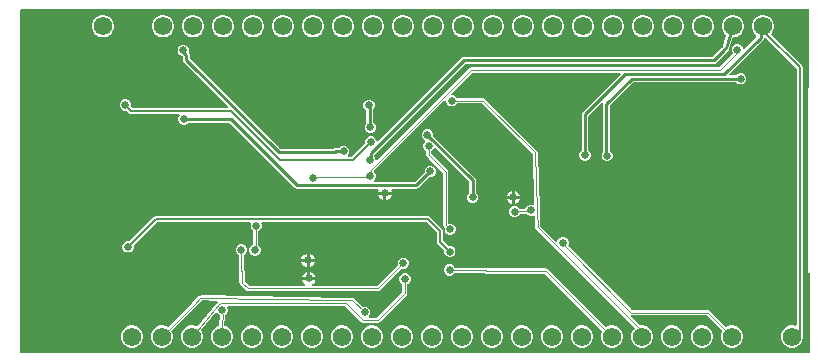
<source format=gbr>
%TF.GenerationSoftware,Altium Limited,Altium Designer,24.1.2 (44)*%
G04 Layer_Physical_Order=2*
G04 Layer_Color=16711680*
%FSLAX45Y45*%
%MOMM*%
%TF.SameCoordinates,B732CBCC-E828-4C79-96F4-07D60C07BBD8*%
%TF.FilePolarity,Positive*%
%TF.FileFunction,Copper,L2,Bot,Signal*%
%TF.Part,Single*%
G01*
G75*
%TA.AperFunction,Conductor*%
%ADD10C,0.12000*%
%ADD11C,0.20000*%
%ADD37C,0.25400*%
%TA.AperFunction,ComponentPad*%
%ADD38C,1.57480*%
%ADD39O,2.20000X1.00000*%
%ADD40O,1.80000X1.00000*%
%TA.AperFunction,ViaPad*%
%ADD41C,0.65000*%
G36*
X6694460Y2263941D02*
X6688520Y2261481D01*
X6683764Y2250000D01*
Y710000D01*
X6688520Y698520D01*
X6698326Y694457D01*
X6699978Y23991D01*
X6691008Y15000D01*
X26348D01*
X21872Y14999D01*
X13602Y18424D01*
X11092Y20933D01*
X13849Y32500D01*
X13849Y32501D01*
Y2921392D01*
X18649Y2932499D01*
X31346Y2932500D01*
X6692814D01*
X6694460Y2263941D01*
D02*
G37*
%LPC*%
G36*
X5806841Y2878740D02*
X5782159D01*
X5758318Y2872352D01*
X5736942Y2860011D01*
X5719489Y2842558D01*
X5707148Y2821182D01*
X5700760Y2797341D01*
Y2772659D01*
X5707148Y2748818D01*
X5719489Y2727442D01*
X5736942Y2709989D01*
X5758318Y2697648D01*
X5782159Y2691260D01*
X5806841D01*
X5830682Y2697648D01*
X5852058Y2709989D01*
X5869511Y2727442D01*
X5881852Y2748818D01*
X5888240Y2772659D01*
Y2797341D01*
X5881852Y2821182D01*
X5869511Y2842558D01*
X5852058Y2860011D01*
X5830682Y2872352D01*
X5806841Y2878740D01*
D02*
G37*
G36*
X5552841D02*
X5528159D01*
X5504318Y2872352D01*
X5482942Y2860011D01*
X5465489Y2842558D01*
X5453148Y2821182D01*
X5446760Y2797341D01*
Y2772659D01*
X5453148Y2748818D01*
X5465489Y2727442D01*
X5482942Y2709989D01*
X5504318Y2697648D01*
X5528159Y2691260D01*
X5552841D01*
X5576682Y2697648D01*
X5598058Y2709989D01*
X5615511Y2727442D01*
X5627852Y2748818D01*
X5634240Y2772659D01*
Y2797341D01*
X5627852Y2821182D01*
X5615511Y2842558D01*
X5598058Y2860011D01*
X5576682Y2872352D01*
X5552841Y2878740D01*
D02*
G37*
G36*
X5298841D02*
X5274159D01*
X5250318Y2872352D01*
X5228942Y2860011D01*
X5211489Y2842558D01*
X5199148Y2821182D01*
X5192760Y2797341D01*
Y2772659D01*
X5199148Y2748818D01*
X5211489Y2727442D01*
X5228942Y2709989D01*
X5250318Y2697648D01*
X5274159Y2691260D01*
X5298841D01*
X5322682Y2697648D01*
X5344058Y2709989D01*
X5361511Y2727442D01*
X5373852Y2748818D01*
X5380240Y2772659D01*
Y2797341D01*
X5373852Y2821182D01*
X5361511Y2842558D01*
X5344058Y2860011D01*
X5322682Y2872352D01*
X5298841Y2878740D01*
D02*
G37*
G36*
X5044841D02*
X5020159D01*
X4996318Y2872352D01*
X4974942Y2860011D01*
X4957489Y2842558D01*
X4945148Y2821182D01*
X4938760Y2797341D01*
Y2772659D01*
X4945148Y2748818D01*
X4957489Y2727442D01*
X4974942Y2709989D01*
X4996318Y2697648D01*
X5020159Y2691260D01*
X5044841D01*
X5068682Y2697648D01*
X5090058Y2709989D01*
X5107511Y2727442D01*
X5119852Y2748818D01*
X5126240Y2772659D01*
Y2797341D01*
X5119852Y2821182D01*
X5107511Y2842558D01*
X5090058Y2860011D01*
X5068682Y2872352D01*
X5044841Y2878740D01*
D02*
G37*
G36*
X4790841D02*
X4766159D01*
X4742318Y2872352D01*
X4720942Y2860011D01*
X4703489Y2842558D01*
X4691148Y2821182D01*
X4684760Y2797341D01*
Y2772659D01*
X4691148Y2748818D01*
X4703489Y2727442D01*
X4720942Y2709989D01*
X4742318Y2697648D01*
X4766159Y2691260D01*
X4790841D01*
X4814682Y2697648D01*
X4836058Y2709989D01*
X4853511Y2727442D01*
X4865852Y2748818D01*
X4872240Y2772659D01*
Y2797341D01*
X4865852Y2821182D01*
X4853511Y2842558D01*
X4836058Y2860011D01*
X4814682Y2872352D01*
X4790841Y2878740D01*
D02*
G37*
G36*
X4536841D02*
X4512159D01*
X4488318Y2872352D01*
X4466942Y2860011D01*
X4449489Y2842558D01*
X4437148Y2821182D01*
X4430760Y2797341D01*
Y2772659D01*
X4437148Y2748818D01*
X4449489Y2727442D01*
X4466942Y2709989D01*
X4488318Y2697648D01*
X4512159Y2691260D01*
X4536841D01*
X4560682Y2697648D01*
X4582058Y2709989D01*
X4599511Y2727442D01*
X4611852Y2748818D01*
X4618240Y2772659D01*
Y2797341D01*
X4611852Y2821182D01*
X4599511Y2842558D01*
X4582058Y2860011D01*
X4560682Y2872352D01*
X4536841Y2878740D01*
D02*
G37*
G36*
X4282841D02*
X4258159D01*
X4234318Y2872352D01*
X4212942Y2860011D01*
X4195489Y2842558D01*
X4183148Y2821182D01*
X4176760Y2797341D01*
Y2772659D01*
X4183148Y2748818D01*
X4195489Y2727442D01*
X4212942Y2709989D01*
X4234318Y2697648D01*
X4258159Y2691260D01*
X4282841D01*
X4306682Y2697648D01*
X4328058Y2709989D01*
X4345511Y2727442D01*
X4357852Y2748818D01*
X4364240Y2772659D01*
Y2797341D01*
X4357852Y2821182D01*
X4345511Y2842558D01*
X4328058Y2860011D01*
X4306682Y2872352D01*
X4282841Y2878740D01*
D02*
G37*
G36*
X4028841D02*
X4004159D01*
X3980318Y2872352D01*
X3958942Y2860011D01*
X3941489Y2842558D01*
X3929148Y2821182D01*
X3922760Y2797341D01*
Y2772659D01*
X3929148Y2748818D01*
X3941489Y2727442D01*
X3958942Y2709989D01*
X3980318Y2697648D01*
X4004159Y2691260D01*
X4028841D01*
X4052682Y2697648D01*
X4074058Y2709989D01*
X4091511Y2727442D01*
X4103852Y2748818D01*
X4110240Y2772659D01*
Y2797341D01*
X4103852Y2821182D01*
X4091511Y2842558D01*
X4074058Y2860011D01*
X4052682Y2872352D01*
X4028841Y2878740D01*
D02*
G37*
G36*
X3774841D02*
X3750159D01*
X3726318Y2872352D01*
X3704942Y2860011D01*
X3687489Y2842558D01*
X3675148Y2821182D01*
X3668760Y2797341D01*
Y2772659D01*
X3675148Y2748818D01*
X3687489Y2727442D01*
X3704942Y2709989D01*
X3726318Y2697648D01*
X3750159Y2691260D01*
X3774841D01*
X3798682Y2697648D01*
X3820058Y2709989D01*
X3837511Y2727442D01*
X3849852Y2748818D01*
X3856240Y2772659D01*
Y2797341D01*
X3849852Y2821182D01*
X3837511Y2842558D01*
X3820058Y2860011D01*
X3798682Y2872352D01*
X3774841Y2878740D01*
D02*
G37*
G36*
X3520841D02*
X3496159D01*
X3472318Y2872352D01*
X3450942Y2860011D01*
X3433489Y2842558D01*
X3421148Y2821182D01*
X3414760Y2797341D01*
Y2772659D01*
X3421148Y2748818D01*
X3433489Y2727442D01*
X3450942Y2709989D01*
X3472318Y2697648D01*
X3496159Y2691260D01*
X3520841D01*
X3544682Y2697648D01*
X3566058Y2709989D01*
X3583511Y2727442D01*
X3595852Y2748818D01*
X3602240Y2772659D01*
Y2797341D01*
X3595852Y2821182D01*
X3583511Y2842558D01*
X3566058Y2860011D01*
X3544682Y2872352D01*
X3520841Y2878740D01*
D02*
G37*
G36*
X3266841D02*
X3242159D01*
X3218318Y2872352D01*
X3196942Y2860011D01*
X3179489Y2842558D01*
X3167148Y2821182D01*
X3160760Y2797341D01*
Y2772659D01*
X3167148Y2748818D01*
X3179489Y2727442D01*
X3196942Y2709989D01*
X3218318Y2697648D01*
X3242159Y2691260D01*
X3266841D01*
X3290682Y2697648D01*
X3312058Y2709989D01*
X3329511Y2727442D01*
X3341852Y2748818D01*
X3348240Y2772659D01*
Y2797341D01*
X3341852Y2821182D01*
X3329511Y2842558D01*
X3312058Y2860011D01*
X3290682Y2872352D01*
X3266841Y2878740D01*
D02*
G37*
G36*
X3012841D02*
X2988159D01*
X2964318Y2872352D01*
X2942942Y2860011D01*
X2925489Y2842558D01*
X2913148Y2821182D01*
X2906760Y2797341D01*
Y2772659D01*
X2913148Y2748818D01*
X2925489Y2727442D01*
X2942942Y2709989D01*
X2964318Y2697648D01*
X2988159Y2691260D01*
X3012841D01*
X3036682Y2697648D01*
X3058058Y2709989D01*
X3075511Y2727442D01*
X3087852Y2748818D01*
X3094240Y2772659D01*
Y2797341D01*
X3087852Y2821182D01*
X3075511Y2842558D01*
X3058058Y2860011D01*
X3036682Y2872352D01*
X3012841Y2878740D01*
D02*
G37*
G36*
X2758841D02*
X2734159D01*
X2710318Y2872352D01*
X2688942Y2860011D01*
X2671489Y2842558D01*
X2659148Y2821182D01*
X2652760Y2797341D01*
Y2772659D01*
X2659148Y2748818D01*
X2671489Y2727442D01*
X2688942Y2709989D01*
X2710318Y2697648D01*
X2734159Y2691260D01*
X2758841D01*
X2782682Y2697648D01*
X2804058Y2709989D01*
X2821511Y2727442D01*
X2833852Y2748818D01*
X2840240Y2772659D01*
Y2797341D01*
X2833852Y2821182D01*
X2821511Y2842558D01*
X2804058Y2860011D01*
X2782682Y2872352D01*
X2758841Y2878740D01*
D02*
G37*
G36*
X2504841D02*
X2480159D01*
X2456318Y2872352D01*
X2434942Y2860011D01*
X2417489Y2842558D01*
X2405148Y2821182D01*
X2398760Y2797341D01*
Y2772659D01*
X2405148Y2748818D01*
X2417489Y2727442D01*
X2434942Y2709989D01*
X2456318Y2697648D01*
X2480159Y2691260D01*
X2504841D01*
X2528682Y2697648D01*
X2550058Y2709989D01*
X2567511Y2727442D01*
X2579852Y2748818D01*
X2586240Y2772659D01*
Y2797341D01*
X2579852Y2821182D01*
X2567511Y2842558D01*
X2550058Y2860011D01*
X2528682Y2872352D01*
X2504841Y2878740D01*
D02*
G37*
G36*
X2250841D02*
X2226159D01*
X2202318Y2872352D01*
X2180942Y2860011D01*
X2163489Y2842558D01*
X2151148Y2821182D01*
X2144760Y2797341D01*
Y2772659D01*
X2151148Y2748818D01*
X2163489Y2727442D01*
X2180942Y2709989D01*
X2202318Y2697648D01*
X2226159Y2691260D01*
X2250841D01*
X2274682Y2697648D01*
X2296058Y2709989D01*
X2313511Y2727442D01*
X2325852Y2748818D01*
X2332240Y2772659D01*
Y2797341D01*
X2325852Y2821182D01*
X2313511Y2842558D01*
X2296058Y2860011D01*
X2274682Y2872352D01*
X2250841Y2878740D01*
D02*
G37*
G36*
X1996841D02*
X1972159D01*
X1948318Y2872352D01*
X1926942Y2860011D01*
X1909489Y2842558D01*
X1897148Y2821182D01*
X1890760Y2797341D01*
Y2772659D01*
X1897148Y2748818D01*
X1909489Y2727442D01*
X1926942Y2709989D01*
X1948318Y2697648D01*
X1972159Y2691260D01*
X1996841D01*
X2020682Y2697648D01*
X2042058Y2709989D01*
X2059511Y2727442D01*
X2071852Y2748818D01*
X2078240Y2772659D01*
Y2797341D01*
X2071852Y2821182D01*
X2059511Y2842558D01*
X2042058Y2860011D01*
X2020682Y2872352D01*
X1996841Y2878740D01*
D02*
G37*
G36*
X1742841D02*
X1718159D01*
X1694318Y2872352D01*
X1672942Y2860011D01*
X1655489Y2842558D01*
X1643148Y2821182D01*
X1636760Y2797341D01*
Y2772659D01*
X1643148Y2748818D01*
X1655489Y2727442D01*
X1672942Y2709989D01*
X1694318Y2697648D01*
X1718159Y2691260D01*
X1742841D01*
X1766682Y2697648D01*
X1788058Y2709989D01*
X1805511Y2727442D01*
X1817852Y2748818D01*
X1824240Y2772659D01*
Y2797341D01*
X1817852Y2821182D01*
X1805511Y2842558D01*
X1788058Y2860011D01*
X1766682Y2872352D01*
X1742841Y2878740D01*
D02*
G37*
G36*
X1488841D02*
X1464159D01*
X1440318Y2872352D01*
X1418942Y2860011D01*
X1401489Y2842558D01*
X1389148Y2821182D01*
X1382760Y2797341D01*
Y2772659D01*
X1389148Y2748818D01*
X1401489Y2727442D01*
X1418942Y2709989D01*
X1440318Y2697648D01*
X1464159Y2691260D01*
X1488841D01*
X1512682Y2697648D01*
X1534058Y2709989D01*
X1551511Y2727442D01*
X1563852Y2748818D01*
X1570240Y2772659D01*
Y2797341D01*
X1563852Y2821182D01*
X1551511Y2842558D01*
X1534058Y2860011D01*
X1512682Y2872352D01*
X1488841Y2878740D01*
D02*
G37*
G36*
X1234841D02*
X1210159D01*
X1186318Y2872352D01*
X1164942Y2860011D01*
X1147489Y2842558D01*
X1135148Y2821182D01*
X1128760Y2797341D01*
Y2772659D01*
X1135148Y2748818D01*
X1147489Y2727442D01*
X1164942Y2709989D01*
X1186318Y2697648D01*
X1210159Y2691260D01*
X1234841D01*
X1258682Y2697648D01*
X1280058Y2709989D01*
X1297511Y2727442D01*
X1309852Y2748818D01*
X1316240Y2772659D01*
Y2797341D01*
X1309852Y2821182D01*
X1297511Y2842558D01*
X1280058Y2860011D01*
X1258682Y2872352D01*
X1234841Y2878740D01*
D02*
G37*
G36*
X726841D02*
X702159D01*
X678318Y2872352D01*
X656942Y2860011D01*
X639489Y2842558D01*
X627148Y2821182D01*
X620760Y2797341D01*
Y2772659D01*
X627148Y2748818D01*
X639489Y2727442D01*
X656942Y2709989D01*
X678318Y2697648D01*
X702159Y2691260D01*
X726841D01*
X750682Y2697648D01*
X772058Y2709989D01*
X789511Y2727442D01*
X801852Y2748818D01*
X808240Y2772659D01*
Y2797341D01*
X801852Y2821182D01*
X789511Y2842558D01*
X772058Y2860011D01*
X750682Y2872352D01*
X726841Y2878740D01*
D02*
G37*
G36*
X6314841D02*
X6290159D01*
X6266318Y2872352D01*
X6244942Y2860011D01*
X6227489Y2842558D01*
X6215148Y2821182D01*
X6208760Y2797341D01*
Y2772659D01*
X6215148Y2748818D01*
X6227489Y2727442D01*
X6244942Y2709989D01*
X6246302Y2709204D01*
X6248392Y2693333D01*
X6145820Y2590761D01*
X6134086Y2595621D01*
Y2597257D01*
X6126855Y2614716D01*
X6113493Y2628078D01*
X6096035Y2635309D01*
X6077138D01*
X6059680Y2628078D01*
X6046318Y2614716D01*
X6039086Y2597257D01*
Y2578361D01*
X6046318Y2560902D01*
X6050062Y2557158D01*
X5928416Y2435513D01*
X3833601D01*
X3825408Y2433883D01*
X3818461Y2429242D01*
X3035200Y1645980D01*
X3022500Y1651241D01*
Y1659448D01*
X3015269Y1676907D01*
X3010820Y1681356D01*
Y1696014D01*
X3781563Y2466757D01*
X5886385D01*
X5886386Y2466757D01*
X5897194Y2468907D01*
X5906357Y2475029D01*
X5988791Y2557464D01*
X6003076Y2567009D01*
X6014812Y2584573D01*
X6015586Y2588464D01*
X6015930Y2589088D01*
X6048370Y2691260D01*
X6060841D01*
X6084682Y2697648D01*
X6106058Y2709989D01*
X6123511Y2727442D01*
X6135852Y2748818D01*
X6142240Y2772659D01*
Y2797341D01*
X6135852Y2821182D01*
X6123511Y2842558D01*
X6106058Y2860011D01*
X6084682Y2872352D01*
X6060841Y2878740D01*
X6036159D01*
X6012318Y2872352D01*
X5990942Y2860011D01*
X5973489Y2842558D01*
X5961148Y2821182D01*
X5954760Y2797341D01*
Y2772659D01*
X5961148Y2748818D01*
X5973489Y2727442D01*
X5990942Y2709989D01*
X5994415Y2707984D01*
X5966136Y2618915D01*
X5961711Y2607182D01*
X5961656Y2607171D01*
X5952597Y2601118D01*
X5952493Y2601048D01*
X5952492Y2601048D01*
X5951872Y2600427D01*
X5874688Y2523243D01*
X3769866D01*
X3769864Y2523243D01*
X3759056Y2521093D01*
X3749894Y2514971D01*
X3749893Y2514970D01*
X3042700Y1807777D01*
X3030000Y1813038D01*
Y1814448D01*
X3022769Y1831907D01*
X3009407Y1845269D01*
X2991948Y1852500D01*
X2973052D01*
X2955593Y1845269D01*
X2942231Y1831907D01*
X2935000Y1814448D01*
Y1795552D01*
X2935587Y1794135D01*
X2821942Y1680490D01*
X2793125D01*
X2787865Y1693190D01*
X2792769Y1698093D01*
X2800000Y1715552D01*
Y1734448D01*
X2792769Y1751907D01*
X2779407Y1765269D01*
X2761948Y1772500D01*
X2743052D01*
X2725593Y1765269D01*
X2713567Y1753243D01*
X2685000D01*
X2674192Y1751093D01*
X2666300Y1745820D01*
X2216622D01*
X1448243Y2514198D01*
Y2545320D01*
X1448244Y2545321D01*
X1446094Y2556129D01*
X1440140Y2565040D01*
X1442423Y2570552D01*
Y2589448D01*
X1435192Y2606907D01*
X1421830Y2620269D01*
X1404371Y2627500D01*
X1385475D01*
X1368016Y2620269D01*
X1354654Y2606907D01*
X1347423Y2589448D01*
Y2570552D01*
X1354654Y2553093D01*
X1368016Y2539731D01*
X1385475Y2532500D01*
X1391758D01*
Y2502501D01*
X1391758Y2502499D01*
X1393908Y2491691D01*
X1400030Y2482529D01*
X1776432Y2106127D01*
X1771572Y2094394D01*
X964154D01*
X951913Y2106635D01*
X952500Y2108052D01*
Y2126948D01*
X945269Y2144407D01*
X931907Y2157769D01*
X914448Y2165000D01*
X895552D01*
X878093Y2157769D01*
X864731Y2144407D01*
X857500Y2126948D01*
Y2108052D01*
X864731Y2090593D01*
X878093Y2077231D01*
X895552Y2070000D01*
X914448D01*
X915865Y2070587D01*
X935572Y2050880D01*
X943841Y2045355D01*
X953596Y2043415D01*
X1360779D01*
X1366039Y2030715D01*
X1359731Y2024407D01*
X1352500Y2006948D01*
Y1988052D01*
X1359731Y1970593D01*
X1373093Y1957231D01*
X1390552Y1950000D01*
X1409448D01*
X1426907Y1957231D01*
X1438933Y1969257D01*
X1785802D01*
X2337730Y1417329D01*
X2346892Y1411207D01*
X2357700Y1409057D01*
X2357702Y1409057D01*
X3041029D01*
X3049515Y1396357D01*
X3044745Y1384842D01*
X3159565D01*
X3154795Y1396357D01*
X3163281Y1409057D01*
X3369799D01*
X3369800Y1409057D01*
X3380608Y1411207D01*
X3389771Y1417329D01*
X3479941Y1507500D01*
X3496948D01*
X3514407Y1514731D01*
X3527769Y1528093D01*
X3535000Y1545552D01*
Y1564448D01*
X3527769Y1581907D01*
X3514407Y1595269D01*
X3496948Y1602500D01*
X3478052D01*
X3460593Y1595269D01*
X3447231Y1581907D01*
X3440000Y1564448D01*
Y1547441D01*
X3358101Y1465543D01*
X3015384D01*
X3010418Y1478243D01*
X3020269Y1488093D01*
X3027500Y1505552D01*
Y1524448D01*
X3020269Y1541907D01*
X3007628Y1554547D01*
X3014573Y1564793D01*
X3607444Y2157664D01*
X3620144Y2152403D01*
Y2144352D01*
X3627375Y2126893D01*
X3640737Y2113531D01*
X3658196Y2106300D01*
X3677092D01*
X3694551Y2113531D01*
X3707913Y2126893D01*
X3710189Y2132389D01*
X3927331D01*
X4352818Y1706901D01*
X4367231Y1277573D01*
X4354812Y1268970D01*
X4346339Y1272480D01*
X4327442D01*
X4309984Y1265248D01*
X4296622Y1251886D01*
X4292426Y1241758D01*
X4289190Y1241412D01*
X4280389Y1241412D01*
X4240474D01*
X4240269Y1241907D01*
X4226907Y1255269D01*
X4209448Y1262500D01*
X4190552D01*
X4173093Y1255269D01*
X4159731Y1241907D01*
X4152500Y1224448D01*
Y1205552D01*
X4159731Y1188093D01*
X4173093Y1174731D01*
X4190552Y1167500D01*
X4209448D01*
X4226907Y1174731D01*
X4240269Y1188093D01*
X4244616Y1198589D01*
X4280390D01*
X4290332Y1198589D01*
X4291461Y1198814D01*
X4292608Y1198710D01*
X4296198Y1199094D01*
X4296622Y1198073D01*
X4309984Y1184711D01*
X4327442Y1177479D01*
X4346339D01*
X4357671Y1182174D01*
X4370611Y1174931D01*
X4373522Y1084397D01*
X4374123Y1081814D01*
X4374344Y1079172D01*
X4374944Y1078008D01*
X4375175Y1076849D01*
X4375332Y1076613D01*
X4375414Y1076260D01*
X4376959Y1074102D01*
X4378174Y1071747D01*
X4378207Y1071704D01*
X4379139Y1070917D01*
X4379816Y1069903D01*
X5219075Y230644D01*
X5203489Y215058D01*
X5191148Y193682D01*
X5184760Y169841D01*
Y145159D01*
X5191148Y121318D01*
X5203489Y99942D01*
X5220942Y82489D01*
X5242318Y70148D01*
X5266159Y63760D01*
X5290841D01*
X5314682Y70148D01*
X5336058Y82489D01*
X5353511Y99942D01*
X5365852Y121318D01*
X5372240Y145159D01*
Y169841D01*
X5365852Y193682D01*
X5353511Y215058D01*
X5336058Y232511D01*
X5314682Y244852D01*
X5290841Y251240D01*
X5266159D01*
X5260460Y249713D01*
X5260367Y249821D01*
X5259704Y250343D01*
X5259235Y251045D01*
X5183426Y326854D01*
X5189391Y338323D01*
X5189652Y338589D01*
X5829131D01*
X5960794Y206926D01*
X5953148Y193682D01*
X5946760Y169841D01*
Y145159D01*
X5953148Y121318D01*
X5965489Y99942D01*
X5982942Y82489D01*
X6004318Y70148D01*
X6028159Y63760D01*
X6052841D01*
X6076682Y70148D01*
X6098058Y82489D01*
X6115511Y99942D01*
X6127852Y121318D01*
X6134240Y145159D01*
Y169841D01*
X6127852Y193682D01*
X6115511Y215058D01*
X6098058Y232511D01*
X6076682Y244852D01*
X6052841Y251240D01*
X6028159D01*
X6004318Y244852D01*
X5991074Y237206D01*
X5853140Y375140D01*
X5846194Y379782D01*
X5838000Y381411D01*
X5198398D01*
X4651425Y928385D01*
X4657500Y943052D01*
Y961948D01*
X4650269Y979407D01*
X4636907Y992769D01*
X4619448Y1000000D01*
X4600552D01*
X4583093Y992769D01*
X4569731Y979407D01*
X4563611Y964630D01*
X4550767Y959513D01*
X4416051Y1094229D01*
X4411918Y1222745D01*
X4411915Y1222760D01*
X4411918Y1222775D01*
X4395333Y1716782D01*
X4394462Y1720504D01*
X4393718Y1724251D01*
X4393513Y1724557D01*
X4393429Y1724916D01*
X4391200Y1728022D01*
X4389079Y1731199D01*
X4385730Y1734549D01*
X4385727Y1734551D01*
X4385726Y1734554D01*
X3951340Y2168940D01*
X3944394Y2173582D01*
X3936200Y2175212D01*
X3710189D01*
X3707913Y2180707D01*
X3694551Y2194069D01*
X3677092Y2201300D01*
X3669041D01*
X3663780Y2214000D01*
X3842470Y2392690D01*
X5093338D01*
X5098198Y2380957D01*
X4777529Y2060288D01*
X4771407Y2051126D01*
X4769257Y2040317D01*
X4769257Y2040316D01*
Y1733933D01*
X4757231Y1721907D01*
X4750000Y1704448D01*
Y1685552D01*
X4757231Y1668093D01*
X4770593Y1654731D01*
X4788052Y1647500D01*
X4806948D01*
X4824407Y1654731D01*
X4837769Y1668093D01*
X4845000Y1685552D01*
Y1704448D01*
X4837769Y1721907D01*
X4825743Y1733933D01*
Y2028619D01*
X4942578Y2145454D01*
X4952443Y2137359D01*
X4951407Y2135808D01*
X4949257Y2125000D01*
X4949257Y2124999D01*
Y1720773D01*
X4943811Y1715327D01*
X4936580Y1697868D01*
Y1678971D01*
X4943811Y1661513D01*
X4957173Y1648151D01*
X4974632Y1640920D01*
X4993528D01*
X5010987Y1648151D01*
X5024349Y1661513D01*
X5031580Y1678971D01*
Y1697868D01*
X5024349Y1715327D01*
X5010987Y1728688D01*
X5005743Y1730860D01*
Y2113301D01*
X5204200Y2311759D01*
X6076067D01*
X6088093Y2299733D01*
X6105552Y2292502D01*
X6124448D01*
X6141907Y2299733D01*
X6155269Y2313095D01*
X6162500Y2330553D01*
Y2349450D01*
X6155269Y2366908D01*
X6141907Y2380270D01*
X6124448Y2387502D01*
X6105552D01*
X6088093Y2380270D01*
X6076067Y2368244D01*
X6019779D01*
X6014919Y2379978D01*
X6304002Y2669060D01*
X6304002Y2669061D01*
X6310125Y2678223D01*
X6311603Y2685656D01*
X6321155Y2689202D01*
X6324974Y2689276D01*
X6587510Y2426740D01*
Y257242D01*
X6574810Y247497D01*
X6560841Y251240D01*
X6536159D01*
X6512318Y244852D01*
X6490942Y232511D01*
X6473489Y215058D01*
X6461148Y193682D01*
X6454760Y169841D01*
Y145159D01*
X6461148Y121318D01*
X6473489Y99942D01*
X6490942Y82489D01*
X6512318Y70148D01*
X6536159Y63760D01*
X6560841D01*
X6584682Y70148D01*
X6606058Y82489D01*
X6623511Y99942D01*
X6635852Y121318D01*
X6642240Y145159D01*
Y169841D01*
X6638490Y183838D01*
Y2437298D01*
X6636549Y2447053D01*
X6631024Y2455322D01*
X6368207Y2718139D01*
X6377511Y2727442D01*
X6389852Y2748818D01*
X6396240Y2772659D01*
Y2797341D01*
X6389852Y2821182D01*
X6377511Y2842558D01*
X6360058Y2860011D01*
X6338682Y2872352D01*
X6314841Y2878740D01*
D02*
G37*
G36*
X2976948Y2162500D02*
X2958052D01*
X2940593Y2155269D01*
X2927231Y2141907D01*
X2920000Y2124448D01*
Y2105552D01*
X2927231Y2088093D01*
X2940593Y2074731D01*
X2945507Y2072696D01*
Y1960183D01*
X2939731Y1954407D01*
X2932500Y1936948D01*
Y1918052D01*
X2939731Y1900593D01*
X2953093Y1887231D01*
X2970552Y1880000D01*
X2989448D01*
X3006907Y1887231D01*
X3020269Y1900593D01*
X3027500Y1918052D01*
Y1936948D01*
X3020269Y1954407D01*
X3006907Y1967769D01*
X3001993Y1969804D01*
Y2082317D01*
X3007769Y2088093D01*
X3015000Y2105552D01*
Y2124448D01*
X3007769Y2141907D01*
X2994407Y2155269D01*
X2976948Y2162500D01*
D02*
G37*
G36*
X4202700Y1392410D02*
Y1347700D01*
X4247410D01*
X4239085Y1367798D01*
X4222798Y1384085D01*
X4202700Y1392410D01*
D02*
G37*
G36*
X4177300D02*
X4157202Y1384085D01*
X4140915Y1367798D01*
X4132590Y1347700D01*
X4177300D01*
Y1392410D01*
D02*
G37*
G36*
X3159565Y1359442D02*
X3114855D01*
Y1314731D01*
X3134953Y1323056D01*
X3151240Y1339344D01*
X3159565Y1359442D01*
D02*
G37*
G36*
X3089455D02*
X3044745D01*
X3053070Y1339344D01*
X3069357Y1323056D01*
X3089455Y1314731D01*
Y1359442D01*
D02*
G37*
G36*
X3471948Y1912500D02*
X3453052D01*
X3435593Y1905269D01*
X3422231Y1891907D01*
X3415000Y1874448D01*
Y1855552D01*
X3422231Y1838093D01*
X3435593Y1824731D01*
X3443252Y1821559D01*
X3444548Y1816693D01*
X3444618Y1807247D01*
X3433187Y1795816D01*
X3425955Y1778357D01*
Y1759461D01*
X3433187Y1742002D01*
X3446549Y1728640D01*
X3452044Y1726364D01*
Y1698673D01*
X3453674Y1690479D01*
X3458315Y1683533D01*
X3478011Y1663836D01*
X3597574Y1544274D01*
Y1101015D01*
X3599204Y1092821D01*
X3603845Y1085875D01*
X3609776Y1079943D01*
X3607500Y1074448D01*
Y1055552D01*
X3614731Y1038093D01*
X3628093Y1024731D01*
X3645552Y1017500D01*
X3664448D01*
X3681907Y1024731D01*
X3695269Y1038093D01*
X3702500Y1055552D01*
Y1074448D01*
X3695269Y1091907D01*
X3681907Y1105269D01*
X3664448Y1112500D01*
X3645552D01*
X3640397Y1115945D01*
Y1553143D01*
X3638767Y1561336D01*
X3634125Y1568283D01*
X3494867Y1707542D01*
Y1726364D01*
X3500362Y1728640D01*
X3513724Y1742002D01*
X3517787Y1751811D01*
X3532689Y1754870D01*
X3816757Y1470802D01*
Y1373933D01*
X3804731Y1361907D01*
X3797500Y1344448D01*
Y1325552D01*
X3804731Y1308093D01*
X3818093Y1294731D01*
X3835552Y1287500D01*
X3854448D01*
X3871907Y1294731D01*
X3885269Y1308093D01*
X3892500Y1325552D01*
Y1344448D01*
X3885269Y1361907D01*
X3873243Y1373933D01*
Y1482500D01*
X3871093Y1493308D01*
X3864971Y1502471D01*
X3864970Y1502471D01*
X3510000Y1857442D01*
Y1874448D01*
X3502769Y1891907D01*
X3489407Y1905269D01*
X3471948Y1912500D01*
D02*
G37*
G36*
X4247410Y1322300D02*
X4202700D01*
Y1277590D01*
X4222798Y1285915D01*
X4239085Y1302202D01*
X4247410Y1322300D01*
D02*
G37*
G36*
X4177300D02*
X4132590D01*
X4140915Y1302202D01*
X4157202Y1285915D01*
X4177300Y1277590D01*
Y1322300D01*
D02*
G37*
G36*
X3465000Y1180490D02*
X1165000D01*
X1155246Y1178549D01*
X1146976Y1173024D01*
X938365Y964413D01*
X936948Y965000D01*
X918052D01*
X900593Y957768D01*
X887231Y944407D01*
X880000Y926948D01*
Y908052D01*
X887231Y890593D01*
X900593Y877231D01*
X918052Y870000D01*
X936948D01*
X954407Y877231D01*
X967769Y890593D01*
X975000Y908052D01*
Y926948D01*
X974413Y928365D01*
X1175558Y1129510D01*
X1960741D01*
X1969085Y1116810D01*
X1965000Y1106948D01*
Y1088052D01*
X1972231Y1070593D01*
X1985593Y1057231D01*
X1986681Y1056781D01*
Y935556D01*
X1976778Y931454D01*
X1963416Y918092D01*
X1956185Y900633D01*
Y881737D01*
X1963416Y864278D01*
X1976778Y850917D01*
X1994237Y843685D01*
X2013133D01*
X2030592Y850917D01*
X2043954Y864278D01*
X2051185Y881737D01*
Y900633D01*
X2043954Y918092D01*
X2030592Y931454D01*
X2029504Y931904D01*
Y1053129D01*
X2039407Y1057231D01*
X2052769Y1070593D01*
X2060000Y1088052D01*
Y1106948D01*
X2055915Y1116810D01*
X2064259Y1129510D01*
X3454442D01*
X3545010Y1038942D01*
Y959500D01*
X3546951Y949745D01*
X3552476Y941476D01*
X3605587Y888365D01*
X3605000Y886948D01*
Y868052D01*
X3612231Y850593D01*
X3625593Y837231D01*
X3643052Y830000D01*
X3661948D01*
X3679407Y837231D01*
X3692769Y850593D01*
X3700000Y868052D01*
Y886948D01*
X3692769Y904407D01*
X3679407Y917769D01*
X3661948Y925000D01*
X3643052D01*
X3641635Y924413D01*
X3595990Y970058D01*
Y1049500D01*
X3594049Y1059254D01*
X3588524Y1067524D01*
X3483024Y1173024D01*
X3474755Y1178549D01*
X3465000Y1180490D01*
D02*
G37*
G36*
X2465200Y859910D02*
Y815200D01*
X2509910D01*
X2501585Y835298D01*
X2485298Y851585D01*
X2465200Y859910D01*
D02*
G37*
G36*
X2439800D02*
X2419702Y851585D01*
X2403415Y835298D01*
X2395090Y815200D01*
X2439800D01*
Y859910D01*
D02*
G37*
G36*
X2509910Y789800D02*
X2465200D01*
Y745090D01*
X2485298Y753415D01*
X2501585Y769702D01*
X2509910Y789800D01*
D02*
G37*
G36*
X2439800D02*
X2395090D01*
X2403415Y769702D01*
X2419702Y753415D01*
X2439800Y745090D01*
Y789800D01*
D02*
G37*
G36*
X1896948Y937500D02*
X1878052D01*
X1860593Y930269D01*
X1847231Y916907D01*
X1840000Y899448D01*
Y880552D01*
X1847231Y863093D01*
X1860593Y849731D01*
X1866088Y847455D01*
Y715000D01*
X1867718Y706806D01*
X1871088Y701763D01*
Y615000D01*
X1872718Y606806D01*
X1877360Y599860D01*
X1927360Y549860D01*
X1934306Y545218D01*
X1942500Y543588D01*
X3047500D01*
X3055694Y545218D01*
X3062640Y549860D01*
X3245057Y732276D01*
X3250552Y730000D01*
X3269448D01*
X3286907Y737231D01*
X3300269Y750593D01*
X3307500Y768052D01*
Y786948D01*
X3300269Y804407D01*
X3286907Y817769D01*
X3269448Y825000D01*
X3250552D01*
X3233093Y817769D01*
X3219731Y804407D01*
X3212500Y786948D01*
Y768052D01*
X3214776Y762557D01*
X3038631Y586411D01*
X2488471D01*
X2485944Y599111D01*
X2490298Y600915D01*
X2506585Y617202D01*
X2514910Y637300D01*
X2400090D01*
X2408415Y617202D01*
X2424702Y600915D01*
X2429056Y599111D01*
X2426530Y586411D01*
X1951369D01*
X1913911Y623869D01*
Y710000D01*
X1912281Y718194D01*
X1908911Y723238D01*
Y847455D01*
X1914407Y849731D01*
X1927769Y863093D01*
X1935000Y880552D01*
Y899448D01*
X1927769Y916907D01*
X1914407Y930269D01*
X1896948Y937500D01*
D02*
G37*
G36*
X2470200Y707410D02*
Y662700D01*
X2514910D01*
X2506585Y682798D01*
X2490298Y699085D01*
X2470200Y707410D01*
D02*
G37*
G36*
X2444800D02*
X2424702Y699085D01*
X2408415Y682798D01*
X2400090Y662700D01*
X2444800D01*
Y707410D01*
D02*
G37*
G36*
X3281948Y692500D02*
X3263052D01*
X3245593Y685269D01*
X3232231Y671907D01*
X3225000Y654448D01*
Y635552D01*
X3232231Y618093D01*
X3245593Y604731D01*
X3251088Y602455D01*
Y534764D01*
X3034222Y317897D01*
X2971032D01*
X2965772Y330597D01*
X2970269Y335094D01*
X2977500Y352552D01*
Y371449D01*
X2970269Y388907D01*
X2956907Y402269D01*
X2939448Y409500D01*
X2920552D01*
X2915056Y407224D01*
X2842640Y479640D01*
X2835694Y484281D01*
X2827500Y485911D01*
X2768863D01*
X1552170Y506408D01*
X1551989Y506376D01*
X1551809Y506411D01*
X1542000D01*
X1533806Y504782D01*
X1526860Y500141D01*
X1523345Y496626D01*
X1468568Y441848D01*
X1263926Y237206D01*
X1250682Y244852D01*
X1226841Y251240D01*
X1202159D01*
X1178318Y244852D01*
X1156942Y232511D01*
X1139489Y215058D01*
X1127148Y193682D01*
X1120760Y169841D01*
Y145159D01*
X1127148Y121318D01*
X1139489Y99942D01*
X1156942Y82489D01*
X1178318Y70148D01*
X1202159Y63760D01*
X1226841D01*
X1250682Y70148D01*
X1272058Y82489D01*
X1289511Y99942D01*
X1301852Y121318D01*
X1308240Y145159D01*
Y169841D01*
X1301852Y193682D01*
X1294206Y206926D01*
X1498848Y411568D01*
X1550869Y463589D01*
X1551629D01*
X1684281Y461354D01*
X1687689Y451102D01*
X1688078Y448588D01*
X1688075Y448584D01*
X1687640Y448293D01*
X1685391Y446045D01*
X1684900Y445309D01*
X1684207Y444759D01*
X1511305Y241028D01*
X1504682Y244852D01*
X1480841Y251240D01*
X1456159D01*
X1432318Y244852D01*
X1410942Y232511D01*
X1393489Y215058D01*
X1381148Y193682D01*
X1374760Y169841D01*
Y145159D01*
X1381148Y121318D01*
X1393489Y99942D01*
X1410942Y82489D01*
X1432318Y70148D01*
X1456159Y63760D01*
X1480841D01*
X1504682Y70148D01*
X1526058Y82489D01*
X1543511Y99942D01*
X1555852Y121318D01*
X1562240Y145159D01*
Y169841D01*
X1555852Y193682D01*
X1544288Y213712D01*
X1669908Y361730D01*
X1684609Y359425D01*
X1687231Y353093D01*
X1700593Y339731D01*
X1708789Y336337D01*
X1709933Y318115D01*
Y317713D01*
X1707360Y315140D01*
X1702718Y308193D01*
X1701089Y299999D01*
Y248810D01*
X1686318Y244852D01*
X1664942Y232511D01*
X1647489Y215058D01*
X1635148Y193682D01*
X1628760Y169841D01*
Y145159D01*
X1635148Y121318D01*
X1647489Y99942D01*
X1664942Y82489D01*
X1686318Y70148D01*
X1710159Y63760D01*
X1734841D01*
X1758682Y70148D01*
X1780058Y82489D01*
X1797511Y99942D01*
X1809852Y121318D01*
X1816240Y145159D01*
Y169841D01*
X1809852Y193682D01*
X1797511Y215058D01*
X1780058Y232511D01*
X1758682Y244852D01*
X1743911Y248810D01*
Y291130D01*
X1746484Y293704D01*
X1751126Y300650D01*
X1752756Y308844D01*
Y318785D01*
X1752623Y319453D01*
X1752714Y320127D01*
X1751557Y338551D01*
X1754407Y339731D01*
X1767769Y353093D01*
X1775000Y370552D01*
Y389448D01*
X1769226Y403388D01*
X1775180Y416089D01*
X2768631D01*
X2903374Y281345D01*
X2910321Y276704D01*
X2918515Y275074D01*
X3043090D01*
X3051284Y276704D01*
X3058231Y281345D01*
X3287640Y510755D01*
X3292281Y517701D01*
X3293911Y525895D01*
Y602455D01*
X3299407Y604731D01*
X3312769Y618093D01*
X3320000Y635552D01*
Y654448D01*
X3312769Y671907D01*
X3299407Y685269D01*
X3281948Y692500D01*
D02*
G37*
G36*
X5798841Y251240D02*
X5774159D01*
X5750318Y244852D01*
X5728942Y232511D01*
X5711489Y215058D01*
X5699148Y193682D01*
X5692760Y169841D01*
Y145159D01*
X5699148Y121318D01*
X5711489Y99942D01*
X5728942Y82489D01*
X5750318Y70148D01*
X5774159Y63760D01*
X5798841D01*
X5822682Y70148D01*
X5844058Y82489D01*
X5861511Y99942D01*
X5873852Y121318D01*
X5880240Y145159D01*
Y169841D01*
X5873852Y193682D01*
X5861511Y215058D01*
X5844058Y232511D01*
X5822682Y244852D01*
X5798841Y251240D01*
D02*
G37*
G36*
X5544841D02*
X5520159D01*
X5496318Y244852D01*
X5474942Y232511D01*
X5457489Y215058D01*
X5445148Y193682D01*
X5438760Y169841D01*
Y145159D01*
X5445148Y121318D01*
X5457489Y99942D01*
X5474942Y82489D01*
X5496318Y70148D01*
X5520159Y63760D01*
X5544841D01*
X5568682Y70148D01*
X5590058Y82489D01*
X5607511Y99942D01*
X5619852Y121318D01*
X5626240Y145159D01*
Y169841D01*
X5619852Y193682D01*
X5607511Y215058D01*
X5590058Y232511D01*
X5568682Y244852D01*
X5544841Y251240D01*
D02*
G37*
G36*
X3659448Y767500D02*
X3640552D01*
X3623093Y760269D01*
X3609731Y746907D01*
X3602500Y729448D01*
Y710552D01*
X3609731Y693093D01*
X3623093Y679731D01*
X3640552Y672500D01*
X3659448D01*
X3676907Y679731D01*
X3690269Y693093D01*
X3692545Y698589D01*
X3946138D01*
X3947367Y697360D01*
X3954313Y692718D01*
X3962507Y691089D01*
X4460631D01*
X4944794Y206926D01*
X4937148Y193682D01*
X4930760Y169841D01*
Y145159D01*
X4937148Y121318D01*
X4949489Y99942D01*
X4966942Y82489D01*
X4988318Y70148D01*
X5012159Y63760D01*
X5036841D01*
X5060682Y70148D01*
X5082058Y82489D01*
X5099511Y99942D01*
X5111852Y121318D01*
X5118240Y145159D01*
Y169841D01*
X5111852Y193682D01*
X5099511Y215058D01*
X5082058Y232511D01*
X5060682Y244852D01*
X5036841Y251240D01*
X5012159D01*
X4988318Y244852D01*
X4975074Y237206D01*
X4484640Y727640D01*
X4477694Y732281D01*
X4469500Y733911D01*
X3971376D01*
X3970147Y735140D01*
X3963200Y739782D01*
X3955007Y741412D01*
X3692545D01*
X3690269Y746907D01*
X3676907Y760269D01*
X3659448Y767500D01*
D02*
G37*
G36*
X4782841Y251240D02*
X4758159D01*
X4734318Y244852D01*
X4712942Y232511D01*
X4695489Y215058D01*
X4683148Y193682D01*
X4676760Y169841D01*
Y145159D01*
X4683148Y121318D01*
X4695489Y99942D01*
X4712942Y82489D01*
X4734318Y70148D01*
X4758159Y63760D01*
X4782841D01*
X4806682Y70148D01*
X4828058Y82489D01*
X4845511Y99942D01*
X4857852Y121318D01*
X4864240Y145159D01*
Y169841D01*
X4857852Y193682D01*
X4845511Y215058D01*
X4828058Y232511D01*
X4806682Y244852D01*
X4782841Y251240D01*
D02*
G37*
G36*
X4528841D02*
X4504159D01*
X4480318Y244852D01*
X4458942Y232511D01*
X4441489Y215058D01*
X4429148Y193682D01*
X4422760Y169841D01*
Y145159D01*
X4429148Y121318D01*
X4441489Y99942D01*
X4458942Y82489D01*
X4480318Y70148D01*
X4504159Y63760D01*
X4528841D01*
X4552682Y70148D01*
X4574058Y82489D01*
X4591511Y99942D01*
X4603852Y121318D01*
X4610240Y145159D01*
Y169841D01*
X4603852Y193682D01*
X4591511Y215058D01*
X4574058Y232511D01*
X4552682Y244852D01*
X4528841Y251240D01*
D02*
G37*
G36*
X4274841D02*
X4250159D01*
X4226318Y244852D01*
X4204942Y232511D01*
X4187489Y215058D01*
X4175148Y193682D01*
X4168760Y169841D01*
Y145159D01*
X4175148Y121318D01*
X4187489Y99942D01*
X4204942Y82489D01*
X4226318Y70148D01*
X4250159Y63760D01*
X4274841D01*
X4298682Y70148D01*
X4320058Y82489D01*
X4337511Y99942D01*
X4349852Y121318D01*
X4356240Y145159D01*
Y169841D01*
X4349852Y193682D01*
X4337511Y215058D01*
X4320058Y232511D01*
X4298682Y244852D01*
X4274841Y251240D01*
D02*
G37*
G36*
X4020841D02*
X3996159D01*
X3972318Y244852D01*
X3950942Y232511D01*
X3933489Y215058D01*
X3921148Y193682D01*
X3914760Y169841D01*
Y145159D01*
X3921148Y121318D01*
X3933489Y99942D01*
X3950942Y82489D01*
X3972318Y70148D01*
X3996159Y63760D01*
X4020841D01*
X4044682Y70148D01*
X4066058Y82489D01*
X4083511Y99942D01*
X4095852Y121318D01*
X4102240Y145159D01*
Y169841D01*
X4095852Y193682D01*
X4083511Y215058D01*
X4066058Y232511D01*
X4044682Y244852D01*
X4020841Y251240D01*
D02*
G37*
G36*
X3766841D02*
X3742159D01*
X3718318Y244852D01*
X3696942Y232511D01*
X3679489Y215058D01*
X3667148Y193682D01*
X3660760Y169841D01*
Y145159D01*
X3667148Y121318D01*
X3679489Y99942D01*
X3696942Y82489D01*
X3718318Y70148D01*
X3742159Y63760D01*
X3766841D01*
X3790682Y70148D01*
X3812058Y82489D01*
X3829511Y99942D01*
X3841852Y121318D01*
X3848240Y145159D01*
Y169841D01*
X3841852Y193682D01*
X3829511Y215058D01*
X3812058Y232511D01*
X3790682Y244852D01*
X3766841Y251240D01*
D02*
G37*
G36*
X3512841D02*
X3488159D01*
X3464318Y244852D01*
X3442942Y232511D01*
X3425489Y215058D01*
X3413148Y193682D01*
X3406760Y169841D01*
Y145159D01*
X3413148Y121318D01*
X3425489Y99942D01*
X3442942Y82489D01*
X3464318Y70148D01*
X3488159Y63760D01*
X3512841D01*
X3536682Y70148D01*
X3558058Y82489D01*
X3575511Y99942D01*
X3587852Y121318D01*
X3594240Y145159D01*
Y169841D01*
X3587852Y193682D01*
X3575511Y215058D01*
X3558058Y232511D01*
X3536682Y244852D01*
X3512841Y251240D01*
D02*
G37*
G36*
X3258841D02*
X3234159D01*
X3210318Y244852D01*
X3188942Y232511D01*
X3171489Y215058D01*
X3159148Y193682D01*
X3152760Y169841D01*
Y145159D01*
X3159148Y121318D01*
X3171489Y99942D01*
X3188942Y82489D01*
X3210318Y70148D01*
X3234159Y63760D01*
X3258841D01*
X3282682Y70148D01*
X3304058Y82489D01*
X3321511Y99942D01*
X3333852Y121318D01*
X3340240Y145159D01*
Y169841D01*
X3333852Y193682D01*
X3321511Y215058D01*
X3304058Y232511D01*
X3282682Y244852D01*
X3258841Y251240D01*
D02*
G37*
G36*
X3004841D02*
X2980159D01*
X2956318Y244852D01*
X2934942Y232511D01*
X2917489Y215058D01*
X2905148Y193682D01*
X2898760Y169841D01*
Y145159D01*
X2905148Y121318D01*
X2917489Y99942D01*
X2934942Y82489D01*
X2956318Y70148D01*
X2980159Y63760D01*
X3004841D01*
X3028682Y70148D01*
X3050058Y82489D01*
X3067511Y99942D01*
X3079852Y121318D01*
X3086240Y145159D01*
Y169841D01*
X3079852Y193682D01*
X3067511Y215058D01*
X3050058Y232511D01*
X3028682Y244852D01*
X3004841Y251240D01*
D02*
G37*
G36*
X2750841D02*
X2726159D01*
X2702318Y244852D01*
X2680942Y232511D01*
X2663489Y215058D01*
X2651148Y193682D01*
X2644760Y169841D01*
Y145159D01*
X2651148Y121318D01*
X2663489Y99942D01*
X2680942Y82489D01*
X2702318Y70148D01*
X2726159Y63760D01*
X2750841D01*
X2774682Y70148D01*
X2796058Y82489D01*
X2813511Y99942D01*
X2825852Y121318D01*
X2832240Y145159D01*
Y169841D01*
X2825852Y193682D01*
X2813511Y215058D01*
X2796058Y232511D01*
X2774682Y244852D01*
X2750841Y251240D01*
D02*
G37*
G36*
X2496841D02*
X2472159D01*
X2448318Y244852D01*
X2426942Y232511D01*
X2409489Y215058D01*
X2397148Y193682D01*
X2390760Y169841D01*
Y145159D01*
X2397148Y121318D01*
X2409489Y99942D01*
X2426942Y82489D01*
X2448318Y70148D01*
X2472159Y63760D01*
X2496841D01*
X2520682Y70148D01*
X2542058Y82489D01*
X2559511Y99942D01*
X2571852Y121318D01*
X2578240Y145159D01*
Y169841D01*
X2571852Y193682D01*
X2559511Y215058D01*
X2542058Y232511D01*
X2520682Y244852D01*
X2496841Y251240D01*
D02*
G37*
G36*
X2242841D02*
X2218159D01*
X2194318Y244852D01*
X2172942Y232511D01*
X2155489Y215058D01*
X2143148Y193682D01*
X2136760Y169841D01*
Y145159D01*
X2143148Y121318D01*
X2155489Y99942D01*
X2172942Y82489D01*
X2194318Y70148D01*
X2218159Y63760D01*
X2242841D01*
X2266682Y70148D01*
X2288058Y82489D01*
X2305511Y99942D01*
X2317852Y121318D01*
X2324240Y145159D01*
Y169841D01*
X2317852Y193682D01*
X2305511Y215058D01*
X2288058Y232511D01*
X2266682Y244852D01*
X2242841Y251240D01*
D02*
G37*
G36*
X1988841D02*
X1964159D01*
X1940318Y244852D01*
X1918942Y232511D01*
X1901489Y215058D01*
X1889148Y193682D01*
X1882760Y169841D01*
Y145159D01*
X1889148Y121318D01*
X1901489Y99942D01*
X1918942Y82489D01*
X1940318Y70148D01*
X1964159Y63760D01*
X1988841D01*
X2012682Y70148D01*
X2034058Y82489D01*
X2051511Y99942D01*
X2063852Y121318D01*
X2070240Y145159D01*
Y169841D01*
X2063852Y193682D01*
X2051511Y215058D01*
X2034058Y232511D01*
X2012682Y244852D01*
X1988841Y251240D01*
D02*
G37*
G36*
X972841D02*
X948159D01*
X924318Y244852D01*
X902942Y232511D01*
X885489Y215058D01*
X873148Y193682D01*
X866760Y169841D01*
Y145159D01*
X873148Y121318D01*
X885489Y99942D01*
X902942Y82489D01*
X924318Y70148D01*
X948159Y63760D01*
X972841D01*
X996682Y70148D01*
X1018058Y82489D01*
X1035511Y99942D01*
X1047852Y121318D01*
X1054240Y145159D01*
Y169841D01*
X1047852Y193682D01*
X1035511Y215058D01*
X1018058Y232511D01*
X996682Y244852D01*
X972841Y251240D01*
D02*
G37*
%LPD*%
D10*
X1892500Y615000D02*
X1942500Y565000D01*
X1892500Y615000D02*
Y710000D01*
X1887500Y715000D02*
X1892500Y710000D01*
X1887500Y715000D02*
Y890000D01*
X1942500Y565000D02*
X3047500D01*
X3260000Y777500D01*
X4200000Y1215000D02*
X4214342D01*
X4219342Y1220000D01*
X3618985Y1101015D02*
X3655000Y1065000D01*
X3618985Y1101015D02*
Y1553143D01*
X5937285Y2414102D02*
X6076445Y2553262D01*
X2985000Y1565500D02*
X3833601Y2414102D01*
X5937285D01*
X5278500Y157500D02*
Y196867D01*
X4373934Y1716063D02*
X4390518Y1222057D01*
X4394922Y1085085D02*
X4394956Y1085043D01*
X5278499Y196867D02*
X5278500Y157500D01*
X5271470Y203897D02*
X5278499Y196867D01*
X4394956Y1085043D02*
X5244095Y235905D01*
X5271470Y203897D01*
X4390518Y1222057D02*
X4394922Y1085085D01*
X4219342Y1220000D02*
X4280390D01*
X4290332Y1220000D02*
X4336890Y1224980D01*
X4280390Y1220000D02*
X4290332Y1220000D01*
X4370585Y1719414D02*
X4373934Y1716063D01*
X3936200Y2153800D02*
X4370585Y1719414D01*
X2496400Y1499522D02*
X2504139Y1507261D01*
X2985000Y1520000D02*
Y1565500D01*
X2504139Y1507261D02*
X2972261D01*
X2985000Y1520000D01*
X6076445Y2577668D02*
X6086586Y2587809D01*
X6076445Y2553262D02*
Y2577668D01*
X3667644Y2153800D02*
X3936200D01*
X5278500Y157500D02*
Y196867D01*
X4610000Y939529D02*
Y952500D01*
X5189529Y360000D02*
X5838000D01*
X4610000Y939529D02*
X5189529Y360000D01*
X3473455Y1698673D02*
X3493152Y1678977D01*
X3473455Y1698673D02*
Y1768909D01*
X3272500Y525895D02*
Y645000D01*
X3043090Y296485D02*
X3272500Y525895D01*
X2008093Y895593D02*
Y1093093D01*
X2012500Y1097500D01*
X2003685Y891185D02*
X2008093Y895593D01*
X3650000Y720000D02*
X3955007D01*
X3962507Y712500D01*
X4469500D01*
X1714894Y437500D02*
X2777500D01*
X2918515Y296485D01*
X3043090D01*
X2827500Y464500D02*
X2930000Y362000D01*
X2768684Y464500D02*
X2827500D01*
X1551809Y485000D02*
X2768684Y464500D01*
X1468500Y157500D02*
X1700532Y430905D01*
X1702780Y433153D01*
X1714894Y437500D01*
X1727500Y380000D02*
X1731344Y318785D01*
Y308844D02*
Y318785D01*
X1722500Y299999D02*
X1731344Y308844D01*
X1542000Y485000D02*
X1551809D01*
X1722500Y157500D02*
Y299999D01*
X1538485Y481485D02*
X1542000Y485000D01*
X1483708Y426708D02*
X1538485Y481485D01*
X4469500Y712500D02*
X5024500Y157500D01*
X3493152Y1678977D02*
X3618985Y1553143D01*
X1214500Y157500D02*
X1483708Y426708D01*
X5838000Y360000D02*
X6040500Y157500D01*
D11*
X3570500Y959500D02*
Y1049500D01*
X3465000Y1155000D02*
X3570500Y1049500D01*
X6322798Y2727500D02*
X6613000Y2437298D01*
Y142500D02*
Y2437298D01*
X2214185Y1655000D02*
X2832500D01*
X1800280Y2068904D02*
X2214185Y1655000D01*
X2832500D02*
X2982500Y1805000D01*
X953596Y2068904D02*
X1800280D01*
X6302500Y2727500D02*
X6322798D01*
X1165000Y1155000D02*
X3465000D01*
X927500Y917500D02*
X1165000Y1155000D01*
X3570500Y959500D02*
X3652500Y877500D01*
X905000Y2117500D02*
X953596Y2068904D01*
D37*
X5972464Y2581078D02*
G03*
X5989012Y2597635I-7671J24215D01*
G01*
X1265559Y2777560D02*
G03*
X1265557Y2777561I-17962J-17960D01*
G01*
X5192502Y2340002D02*
X6115000D01*
X4797500Y2040317D02*
X5137584Y2380402D01*
X4977500Y2125000D02*
X5192502Y2340002D01*
X5137584Y2380402D02*
X5975402D01*
X6284032Y2689032D01*
X1420001Y2502499D02*
X2204923Y1717577D01*
X2677577D02*
X2685000Y1725000D01*
X2752500D01*
X2204923Y1717577D02*
X2677577D01*
X2982577Y1657577D02*
Y1707713D01*
X2975000Y1650000D02*
X2982577Y1657577D01*
Y1707713D02*
X3769864Y2495000D01*
X1420001Y2502499D02*
Y2545321D01*
X1400000Y1997500D02*
X1797500D01*
X2357700Y1437300D01*
X1394923Y2570398D02*
X1420001Y2545321D01*
X1394923Y2570398D02*
Y2580000D01*
X5886386Y2495000D02*
X5972464Y2581077D01*
X3769864Y2495000D02*
X5886386D01*
X6284032Y2723987D02*
X6287544Y2727500D01*
X6302500D01*
X6284032Y2689032D02*
Y2723987D01*
X2357700Y1437300D02*
X3369800D01*
X5972464Y2581077D02*
X5972464Y2581078D01*
X5989011Y2597635D02*
X6048500Y2785000D01*
X3369800Y1437300D02*
X3487500Y1555000D01*
X3462500Y1865000D02*
X3845000Y1482500D01*
X4797500Y1695000D02*
Y2040317D01*
X6302500Y2727500D02*
Y2785000D01*
X4977500Y1695000D02*
Y2125000D01*
Y1695000D02*
X4984080Y1688420D01*
X2973750Y1933750D02*
Y2108750D01*
X2967500Y2115000D02*
X2973750Y2108750D01*
Y1933750D02*
X2980000Y1927500D01*
X3845000Y1335000D02*
Y1482500D01*
X1222500Y2785000D02*
X1258118D01*
X1265558Y2777559D02*
X1271042Y2772076D01*
X1258118Y2785000D02*
X1265557Y2777561D01*
D38*
X714500Y2785000D02*
D03*
X968500D02*
D03*
X1222500D02*
D03*
X1476500D02*
D03*
X1730500D02*
D03*
X1984500D02*
D03*
X2238500D02*
D03*
X2492500D02*
D03*
X2746500D02*
D03*
X3000500D02*
D03*
X3254500D02*
D03*
X3508500D02*
D03*
X3762500D02*
D03*
X4016500D02*
D03*
X4270500D02*
D03*
X4524500D02*
D03*
X4778500D02*
D03*
X5032500D02*
D03*
X5286500D02*
D03*
X5540500D02*
D03*
X5794500D02*
D03*
X6048500D02*
D03*
X6302500D02*
D03*
X6556500D02*
D03*
X706500Y157500D02*
D03*
X960500D02*
D03*
X1214500D02*
D03*
X1468500D02*
D03*
X1722500D02*
D03*
X1976500D02*
D03*
X2230500D02*
D03*
X2484500D02*
D03*
X2738500D02*
D03*
X2992500D02*
D03*
X3246500D02*
D03*
X3500500D02*
D03*
X3754500D02*
D03*
X4008500D02*
D03*
X4262500D02*
D03*
X4516500D02*
D03*
X4770500D02*
D03*
X5024500D02*
D03*
X5278500D02*
D03*
X5532500D02*
D03*
X5786500D02*
D03*
X6040500D02*
D03*
X6294500D02*
D03*
X6548500D02*
D03*
D39*
X182500Y2484500D02*
D03*
Y1620500D02*
D03*
X187500Y1374000D02*
D03*
Y510000D02*
D03*
D40*
X582500Y2484500D02*
D03*
Y1620500D02*
D03*
X587500Y1374000D02*
D03*
Y510000D02*
D03*
D41*
X3655000Y1065000D02*
D03*
X6115000Y2340002D02*
D03*
X2452500Y802500D02*
D03*
X2457500Y650000D02*
D03*
X4336890Y1224980D02*
D03*
X4200000Y1215000D02*
D03*
X2980000Y1515000D02*
D03*
X2975000Y1650000D02*
D03*
X2752500Y1725000D02*
D03*
X1400000Y1997500D02*
D03*
X3667644Y2153800D02*
D03*
X6086586Y2587809D02*
D03*
X2496400Y1499522D02*
D03*
X3462500Y1865000D02*
D03*
X4610000Y952500D02*
D03*
X4984080Y1688420D02*
D03*
X4797500Y1695000D02*
D03*
X2967500Y2115000D02*
D03*
X2982500Y1805000D02*
D03*
X2980000Y1927500D02*
D03*
X3473455Y1768909D02*
D03*
X3487500Y1555000D02*
D03*
X3845000Y1335000D02*
D03*
X3272500Y645000D02*
D03*
X1887500Y890000D02*
D03*
X2012500Y1097500D02*
D03*
X3260000Y777500D02*
D03*
X3650000Y720000D02*
D03*
X3652500Y877500D02*
D03*
X2930000Y362000D02*
D03*
X1727500Y380000D02*
D03*
X3102155Y1372142D02*
D03*
X2003685Y891185D02*
D03*
X1394923Y2580000D02*
D03*
X4190000Y1335000D02*
D03*
X927500Y917500D02*
D03*
X905000Y2117500D02*
D03*
%TF.MD5,9bb02c5ac1794494a2ec8307a0ee58f5*%
M02*

</source>
